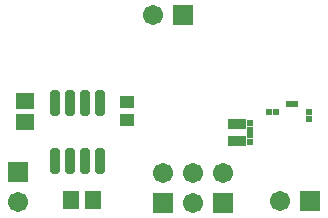
<source format=gbs>
G04*
G04 #@! TF.GenerationSoftware,Altium Limited,Altium Designer,19.0.4 (130)*
G04*
G04 Layer_Color=16711935*
%FSLAX25Y25*%
%MOIN*%
G70*
G01*
G75*
%ADD40R,0.01981X0.01863*%
%ADD44R,0.01863X0.01981*%
%ADD63R,0.06706X0.06706*%
%ADD64C,0.06706*%
%ADD65R,0.06706X0.06706*%
%ADD83R,0.05524X0.06312*%
%ADD84R,0.06312X0.05524*%
%ADD85R,0.04658X0.04461*%
G04:AMPARAMS|DCode=86|XSize=85.56mil|YSize=31.23mil|CornerRadius=6.9mil|HoleSize=0mil|Usage=FLASHONLY|Rotation=90.000|XOffset=0mil|YOffset=0mil|HoleType=Round|Shape=RoundedRectangle|*
%AMROUNDEDRECTD86*
21,1,0.08556,0.01742,0,0,90.0*
21,1,0.07175,0.03123,0,0,90.0*
1,1,0.01381,0.00871,0.03588*
1,1,0.01381,0.00871,-0.03588*
1,1,0.01381,-0.00871,-0.03588*
1,1,0.01381,-0.00871,0.03588*
%
%ADD86ROUNDEDRECTD86*%
%ADD87R,0.06312X0.03753*%
D40*
X212512Y246512D02*
D03*
Y248756D02*
D03*
X193000Y242878D02*
D03*
Y245122D02*
D03*
Y241122D02*
D03*
Y238878D02*
D03*
D44*
X199378Y248756D02*
D03*
X201622D02*
D03*
X208122Y251500D02*
D03*
X205878D02*
D03*
D63*
X163883Y218473D02*
D03*
X184000Y218500D02*
D03*
X115592Y228664D02*
D03*
D64*
X163883Y228473D02*
D03*
X203000Y219000D02*
D03*
X174000Y228500D02*
D03*
X184000D02*
D03*
X174000Y218500D02*
D03*
X115592Y218664D02*
D03*
X160500Y281000D02*
D03*
D65*
X213000Y219000D02*
D03*
X170500Y281000D02*
D03*
D83*
X140543Y219500D02*
D03*
X133457D02*
D03*
D84*
X118000Y252470D02*
D03*
Y245384D02*
D03*
D85*
X152000Y245969D02*
D03*
Y252031D02*
D03*
D86*
X143122Y232256D02*
D03*
X138122D02*
D03*
X133122D02*
D03*
X128122D02*
D03*
Y251744D02*
D03*
X133122D02*
D03*
X138122D02*
D03*
X143122D02*
D03*
D87*
X188500Y244839D02*
D03*
Y239130D02*
D03*
M02*

</source>
